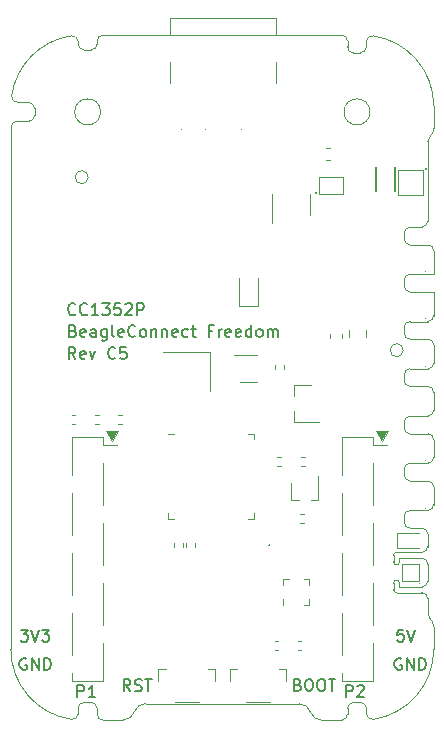
<source format=gto>
G04 #@! TF.GenerationSoftware,KiCad,Pcbnew,(5.1.10)-1*
G04 #@! TF.CreationDate,2021-09-23T13:54:31+08:00*
G04 #@! TF.ProjectId,BeagleConnect Freedom,42656167-6c65-4436-9f6e-6e6563742046,B*
G04 #@! TF.SameCoordinates,Original*
G04 #@! TF.FileFunction,Legend,Top*
G04 #@! TF.FilePolarity,Positive*
%FSLAX46Y46*%
G04 Gerber Fmt 4.6, Leading zero omitted, Abs format (unit mm)*
G04 Created by KiCad (PCBNEW (5.1.10)-1) date 2021-09-23 13:54:31*
%MOMM*%
%LPD*%
G01*
G04 APERTURE LIST*
%ADD10C,0.150000*%
%ADD11C,0.100000*%
G04 #@! TA.AperFunction,Profile*
%ADD12C,0.050000*%
G04 #@! TD*
%ADD13C,0.120000*%
%ADD14C,0.080000*%
G04 APERTURE END LIST*
D10*
X289110095Y-77216000D02*
X289014857Y-77168380D01*
X288872000Y-77168380D01*
X288729142Y-77216000D01*
X288633904Y-77311238D01*
X288586285Y-77406476D01*
X288538666Y-77596952D01*
X288538666Y-77739809D01*
X288586285Y-77930285D01*
X288633904Y-78025523D01*
X288729142Y-78120761D01*
X288872000Y-78168380D01*
X288967238Y-78168380D01*
X289110095Y-78120761D01*
X289157714Y-78073142D01*
X289157714Y-77739809D01*
X288967238Y-77739809D01*
X289586285Y-78168380D02*
X289586285Y-77168380D01*
X290157714Y-78168380D01*
X290157714Y-77168380D01*
X290633904Y-78168380D02*
X290633904Y-77168380D01*
X290872000Y-77168380D01*
X291014857Y-77216000D01*
X291110095Y-77311238D01*
X291157714Y-77406476D01*
X291205333Y-77596952D01*
X291205333Y-77739809D01*
X291157714Y-77930285D01*
X291110095Y-78025523D01*
X291014857Y-78120761D01*
X290872000Y-78168380D01*
X290633904Y-78168380D01*
X289300523Y-74755380D02*
X288824333Y-74755380D01*
X288776714Y-75231571D01*
X288824333Y-75183952D01*
X288919571Y-75136333D01*
X289157666Y-75136333D01*
X289252904Y-75183952D01*
X289300523Y-75231571D01*
X289348142Y-75326809D01*
X289348142Y-75564904D01*
X289300523Y-75660142D01*
X289252904Y-75707761D01*
X289157666Y-75755380D01*
X288919571Y-75755380D01*
X288824333Y-75707761D01*
X288776714Y-75660142D01*
X289633857Y-74755380D02*
X289967190Y-75755380D01*
X290300523Y-74755380D01*
X256883904Y-74755380D02*
X257502952Y-74755380D01*
X257169619Y-75136333D01*
X257312476Y-75136333D01*
X257407714Y-75183952D01*
X257455333Y-75231571D01*
X257502952Y-75326809D01*
X257502952Y-75564904D01*
X257455333Y-75660142D01*
X257407714Y-75707761D01*
X257312476Y-75755380D01*
X257026761Y-75755380D01*
X256931523Y-75707761D01*
X256883904Y-75660142D01*
X257788666Y-74755380D02*
X258122000Y-75755380D01*
X258455333Y-74755380D01*
X258693428Y-74755380D02*
X259312476Y-74755380D01*
X258979142Y-75136333D01*
X259122000Y-75136333D01*
X259217238Y-75183952D01*
X259264857Y-75231571D01*
X259312476Y-75326809D01*
X259312476Y-75564904D01*
X259264857Y-75660142D01*
X259217238Y-75707761D01*
X259122000Y-75755380D01*
X258836285Y-75755380D01*
X258741047Y-75707761D01*
X258693428Y-75660142D01*
X257360095Y-77216000D02*
X257264857Y-77168380D01*
X257122000Y-77168380D01*
X256979142Y-77216000D01*
X256883904Y-77311238D01*
X256836285Y-77406476D01*
X256788666Y-77596952D01*
X256788666Y-77739809D01*
X256836285Y-77930285D01*
X256883904Y-78025523D01*
X256979142Y-78120761D01*
X257122000Y-78168380D01*
X257217238Y-78168380D01*
X257360095Y-78120761D01*
X257407714Y-78073142D01*
X257407714Y-77739809D01*
X257217238Y-77739809D01*
X257836285Y-78168380D02*
X257836285Y-77168380D01*
X258407714Y-78168380D01*
X258407714Y-77168380D01*
X258883904Y-78168380D02*
X258883904Y-77168380D01*
X259122000Y-77168380D01*
X259264857Y-77216000D01*
X259360095Y-77311238D01*
X259407714Y-77406476D01*
X259455333Y-77596952D01*
X259455333Y-77739809D01*
X259407714Y-77930285D01*
X259360095Y-78025523D01*
X259264857Y-78120761D01*
X259122000Y-78168380D01*
X258883904Y-78168380D01*
X261701904Y-80454380D02*
X261701904Y-79454380D01*
X262082857Y-79454380D01*
X262178095Y-79502000D01*
X262225714Y-79549619D01*
X262273333Y-79644857D01*
X262273333Y-79787714D01*
X262225714Y-79882952D01*
X262178095Y-79930571D01*
X262082857Y-79978190D01*
X261701904Y-79978190D01*
X263225714Y-80454380D02*
X262654285Y-80454380D01*
X262940000Y-80454380D02*
X262940000Y-79454380D01*
X262844761Y-79597238D01*
X262749523Y-79692476D01*
X262654285Y-79740095D01*
X284434904Y-80454380D02*
X284434904Y-79454380D01*
X284815857Y-79454380D01*
X284911095Y-79502000D01*
X284958714Y-79549619D01*
X285006333Y-79644857D01*
X285006333Y-79787714D01*
X284958714Y-79882952D01*
X284911095Y-79930571D01*
X284815857Y-79978190D01*
X284434904Y-79978190D01*
X285387285Y-79549619D02*
X285434904Y-79502000D01*
X285530142Y-79454380D01*
X285768238Y-79454380D01*
X285863476Y-79502000D01*
X285911095Y-79549619D01*
X285958714Y-79644857D01*
X285958714Y-79740095D01*
X285911095Y-79882952D01*
X285339666Y-80454380D01*
X285958714Y-80454380D01*
D11*
G36*
X264599000Y-58793000D02*
G01*
X264091000Y-57904000D01*
X265107000Y-57904000D01*
X264599000Y-58793000D01*
G37*
X264599000Y-58793000D02*
X264091000Y-57904000D01*
X265107000Y-57904000D01*
X264599000Y-58793000D01*
G36*
X287459000Y-58793000D02*
G01*
X286951000Y-57904000D01*
X287967000Y-57904000D01*
X287459000Y-58793000D01*
G37*
X287459000Y-58793000D02*
X286951000Y-57904000D01*
X287967000Y-57904000D01*
X287459000Y-58793000D01*
D12*
X289279000Y-51088000D02*
G75*
G03*
X289279000Y-51088000I-550000J0D01*
G01*
X262609000Y-36441000D02*
G75*
G03*
X262609000Y-36441000I-550000J0D01*
G01*
D10*
X280352857Y-79418571D02*
X280495714Y-79466190D01*
X280543333Y-79513809D01*
X280590952Y-79609047D01*
X280590952Y-79751904D01*
X280543333Y-79847142D01*
X280495714Y-79894761D01*
X280400476Y-79942380D01*
X280019523Y-79942380D01*
X280019523Y-78942380D01*
X280352857Y-78942380D01*
X280448095Y-78990000D01*
X280495714Y-79037619D01*
X280543333Y-79132857D01*
X280543333Y-79228095D01*
X280495714Y-79323333D01*
X280448095Y-79370952D01*
X280352857Y-79418571D01*
X280019523Y-79418571D01*
X281210000Y-78942380D02*
X281400476Y-78942380D01*
X281495714Y-78990000D01*
X281590952Y-79085238D01*
X281638571Y-79275714D01*
X281638571Y-79609047D01*
X281590952Y-79799523D01*
X281495714Y-79894761D01*
X281400476Y-79942380D01*
X281210000Y-79942380D01*
X281114761Y-79894761D01*
X281019523Y-79799523D01*
X280971904Y-79609047D01*
X280971904Y-79275714D01*
X281019523Y-79085238D01*
X281114761Y-78990000D01*
X281210000Y-78942380D01*
X282257619Y-78942380D02*
X282448095Y-78942380D01*
X282543333Y-78990000D01*
X282638571Y-79085238D01*
X282686190Y-79275714D01*
X282686190Y-79609047D01*
X282638571Y-79799523D01*
X282543333Y-79894761D01*
X282448095Y-79942380D01*
X282257619Y-79942380D01*
X282162380Y-79894761D01*
X282067142Y-79799523D01*
X282019523Y-79609047D01*
X282019523Y-79275714D01*
X282067142Y-79085238D01*
X282162380Y-78990000D01*
X282257619Y-78942380D01*
X282971904Y-78942380D02*
X283543333Y-78942380D01*
X283257619Y-79942380D02*
X283257619Y-78942380D01*
X266182380Y-79952380D02*
X265849047Y-79476190D01*
X265610952Y-79952380D02*
X265610952Y-78952380D01*
X265991904Y-78952380D01*
X266087142Y-79000000D01*
X266134761Y-79047619D01*
X266182380Y-79142857D01*
X266182380Y-79285714D01*
X266134761Y-79380952D01*
X266087142Y-79428571D01*
X265991904Y-79476190D01*
X265610952Y-79476190D01*
X266563333Y-79904761D02*
X266706190Y-79952380D01*
X266944285Y-79952380D01*
X267039523Y-79904761D01*
X267087142Y-79857142D01*
X267134761Y-79761904D01*
X267134761Y-79666666D01*
X267087142Y-79571428D01*
X267039523Y-79523809D01*
X266944285Y-79476190D01*
X266753809Y-79428571D01*
X266658571Y-79380952D01*
X266610952Y-79333333D01*
X266563333Y-79238095D01*
X266563333Y-79142857D01*
X266610952Y-79047619D01*
X266658571Y-79000000D01*
X266753809Y-78952380D01*
X266991904Y-78952380D01*
X267134761Y-79000000D01*
X267420476Y-78952380D02*
X267991904Y-78952380D01*
X267706190Y-79952380D02*
X267706190Y-78952380D01*
X261532857Y-51822380D02*
X261199523Y-51346190D01*
X260961428Y-51822380D02*
X260961428Y-50822380D01*
X261342380Y-50822380D01*
X261437619Y-50870000D01*
X261485238Y-50917619D01*
X261532857Y-51012857D01*
X261532857Y-51155714D01*
X261485238Y-51250952D01*
X261437619Y-51298571D01*
X261342380Y-51346190D01*
X260961428Y-51346190D01*
X262342380Y-51774761D02*
X262247142Y-51822380D01*
X262056666Y-51822380D01*
X261961428Y-51774761D01*
X261913809Y-51679523D01*
X261913809Y-51298571D01*
X261961428Y-51203333D01*
X262056666Y-51155714D01*
X262247142Y-51155714D01*
X262342380Y-51203333D01*
X262390000Y-51298571D01*
X262390000Y-51393809D01*
X261913809Y-51489047D01*
X262723333Y-51155714D02*
X262961428Y-51822380D01*
X263199523Y-51155714D01*
X264913809Y-51727142D02*
X264866190Y-51774761D01*
X264723333Y-51822380D01*
X264628095Y-51822380D01*
X264485238Y-51774761D01*
X264390000Y-51679523D01*
X264342380Y-51584285D01*
X264294761Y-51393809D01*
X264294761Y-51250952D01*
X264342380Y-51060476D01*
X264390000Y-50965238D01*
X264485238Y-50870000D01*
X264628095Y-50822380D01*
X264723333Y-50822380D01*
X264866190Y-50870000D01*
X264913809Y-50917619D01*
X265818571Y-50822380D02*
X265342380Y-50822380D01*
X265294761Y-51298571D01*
X265342380Y-51250952D01*
X265437619Y-51203333D01*
X265675714Y-51203333D01*
X265770952Y-51250952D01*
X265818571Y-51298571D01*
X265866190Y-51393809D01*
X265866190Y-51631904D01*
X265818571Y-51727142D01*
X265770952Y-51774761D01*
X265675714Y-51822380D01*
X265437619Y-51822380D01*
X265342380Y-51774761D01*
X265294761Y-51727142D01*
X261320000Y-49448571D02*
X261462857Y-49496190D01*
X261510476Y-49543809D01*
X261558095Y-49639047D01*
X261558095Y-49781904D01*
X261510476Y-49877142D01*
X261462857Y-49924761D01*
X261367619Y-49972380D01*
X260986666Y-49972380D01*
X260986666Y-48972380D01*
X261320000Y-48972380D01*
X261415238Y-49020000D01*
X261462857Y-49067619D01*
X261510476Y-49162857D01*
X261510476Y-49258095D01*
X261462857Y-49353333D01*
X261415238Y-49400952D01*
X261320000Y-49448571D01*
X260986666Y-49448571D01*
X262367619Y-49924761D02*
X262272380Y-49972380D01*
X262081904Y-49972380D01*
X261986666Y-49924761D01*
X261939047Y-49829523D01*
X261939047Y-49448571D01*
X261986666Y-49353333D01*
X262081904Y-49305714D01*
X262272380Y-49305714D01*
X262367619Y-49353333D01*
X262415238Y-49448571D01*
X262415238Y-49543809D01*
X261939047Y-49639047D01*
X263272380Y-49972380D02*
X263272380Y-49448571D01*
X263224761Y-49353333D01*
X263129523Y-49305714D01*
X262939047Y-49305714D01*
X262843809Y-49353333D01*
X263272380Y-49924761D02*
X263177142Y-49972380D01*
X262939047Y-49972380D01*
X262843809Y-49924761D01*
X262796190Y-49829523D01*
X262796190Y-49734285D01*
X262843809Y-49639047D01*
X262939047Y-49591428D01*
X263177142Y-49591428D01*
X263272380Y-49543809D01*
X264177142Y-49305714D02*
X264177142Y-50115238D01*
X264129523Y-50210476D01*
X264081904Y-50258095D01*
X263986666Y-50305714D01*
X263843809Y-50305714D01*
X263748571Y-50258095D01*
X264177142Y-49924761D02*
X264081904Y-49972380D01*
X263891428Y-49972380D01*
X263796190Y-49924761D01*
X263748571Y-49877142D01*
X263700952Y-49781904D01*
X263700952Y-49496190D01*
X263748571Y-49400952D01*
X263796190Y-49353333D01*
X263891428Y-49305714D01*
X264081904Y-49305714D01*
X264177142Y-49353333D01*
X264796190Y-49972380D02*
X264700952Y-49924761D01*
X264653333Y-49829523D01*
X264653333Y-48972380D01*
X265558095Y-49924761D02*
X265462857Y-49972380D01*
X265272380Y-49972380D01*
X265177142Y-49924761D01*
X265129523Y-49829523D01*
X265129523Y-49448571D01*
X265177142Y-49353333D01*
X265272380Y-49305714D01*
X265462857Y-49305714D01*
X265558095Y-49353333D01*
X265605714Y-49448571D01*
X265605714Y-49543809D01*
X265129523Y-49639047D01*
X266605714Y-49877142D02*
X266558095Y-49924761D01*
X266415238Y-49972380D01*
X266320000Y-49972380D01*
X266177142Y-49924761D01*
X266081904Y-49829523D01*
X266034285Y-49734285D01*
X265986666Y-49543809D01*
X265986666Y-49400952D01*
X266034285Y-49210476D01*
X266081904Y-49115238D01*
X266177142Y-49020000D01*
X266320000Y-48972380D01*
X266415238Y-48972380D01*
X266558095Y-49020000D01*
X266605714Y-49067619D01*
X267177142Y-49972380D02*
X267081904Y-49924761D01*
X267034285Y-49877142D01*
X266986666Y-49781904D01*
X266986666Y-49496190D01*
X267034285Y-49400952D01*
X267081904Y-49353333D01*
X267177142Y-49305714D01*
X267320000Y-49305714D01*
X267415238Y-49353333D01*
X267462857Y-49400952D01*
X267510476Y-49496190D01*
X267510476Y-49781904D01*
X267462857Y-49877142D01*
X267415238Y-49924761D01*
X267320000Y-49972380D01*
X267177142Y-49972380D01*
X267939047Y-49305714D02*
X267939047Y-49972380D01*
X267939047Y-49400952D02*
X267986666Y-49353333D01*
X268081904Y-49305714D01*
X268224761Y-49305714D01*
X268320000Y-49353333D01*
X268367619Y-49448571D01*
X268367619Y-49972380D01*
X268843809Y-49305714D02*
X268843809Y-49972380D01*
X268843809Y-49400952D02*
X268891428Y-49353333D01*
X268986666Y-49305714D01*
X269129523Y-49305714D01*
X269224761Y-49353333D01*
X269272380Y-49448571D01*
X269272380Y-49972380D01*
X270129523Y-49924761D02*
X270034285Y-49972380D01*
X269843809Y-49972380D01*
X269748571Y-49924761D01*
X269700952Y-49829523D01*
X269700952Y-49448571D01*
X269748571Y-49353333D01*
X269843809Y-49305714D01*
X270034285Y-49305714D01*
X270129523Y-49353333D01*
X270177142Y-49448571D01*
X270177142Y-49543809D01*
X269700952Y-49639047D01*
X271034285Y-49924761D02*
X270939047Y-49972380D01*
X270748571Y-49972380D01*
X270653333Y-49924761D01*
X270605714Y-49877142D01*
X270558095Y-49781904D01*
X270558095Y-49496190D01*
X270605714Y-49400952D01*
X270653333Y-49353333D01*
X270748571Y-49305714D01*
X270939047Y-49305714D01*
X271034285Y-49353333D01*
X271320000Y-49305714D02*
X271700952Y-49305714D01*
X271462857Y-48972380D02*
X271462857Y-49829523D01*
X271510476Y-49924761D01*
X271605714Y-49972380D01*
X271700952Y-49972380D01*
X273129523Y-49448571D02*
X272796190Y-49448571D01*
X272796190Y-49972380D02*
X272796190Y-48972380D01*
X273272380Y-48972380D01*
X273653333Y-49972380D02*
X273653333Y-49305714D01*
X273653333Y-49496190D02*
X273700952Y-49400952D01*
X273748571Y-49353333D01*
X273843809Y-49305714D01*
X273939047Y-49305714D01*
X274653333Y-49924761D02*
X274558095Y-49972380D01*
X274367619Y-49972380D01*
X274272380Y-49924761D01*
X274224761Y-49829523D01*
X274224761Y-49448571D01*
X274272380Y-49353333D01*
X274367619Y-49305714D01*
X274558095Y-49305714D01*
X274653333Y-49353333D01*
X274700952Y-49448571D01*
X274700952Y-49543809D01*
X274224761Y-49639047D01*
X275510476Y-49924761D02*
X275415238Y-49972380D01*
X275224761Y-49972380D01*
X275129523Y-49924761D01*
X275081904Y-49829523D01*
X275081904Y-49448571D01*
X275129523Y-49353333D01*
X275224761Y-49305714D01*
X275415238Y-49305714D01*
X275510476Y-49353333D01*
X275558095Y-49448571D01*
X275558095Y-49543809D01*
X275081904Y-49639047D01*
X276415238Y-49972380D02*
X276415238Y-48972380D01*
X276415238Y-49924761D02*
X276320000Y-49972380D01*
X276129523Y-49972380D01*
X276034285Y-49924761D01*
X275986666Y-49877142D01*
X275939047Y-49781904D01*
X275939047Y-49496190D01*
X275986666Y-49400952D01*
X276034285Y-49353333D01*
X276129523Y-49305714D01*
X276320000Y-49305714D01*
X276415238Y-49353333D01*
X277034285Y-49972380D02*
X276939047Y-49924761D01*
X276891428Y-49877142D01*
X276843809Y-49781904D01*
X276843809Y-49496190D01*
X276891428Y-49400952D01*
X276939047Y-49353333D01*
X277034285Y-49305714D01*
X277177142Y-49305714D01*
X277272380Y-49353333D01*
X277320000Y-49400952D01*
X277367619Y-49496190D01*
X277367619Y-49781904D01*
X277320000Y-49877142D01*
X277272380Y-49924761D01*
X277177142Y-49972380D01*
X277034285Y-49972380D01*
X277796190Y-49972380D02*
X277796190Y-49305714D01*
X277796190Y-49400952D02*
X277843809Y-49353333D01*
X277939047Y-49305714D01*
X278081904Y-49305714D01*
X278177142Y-49353333D01*
X278224761Y-49448571D01*
X278224761Y-49972380D01*
X278224761Y-49448571D02*
X278272380Y-49353333D01*
X278367619Y-49305714D01*
X278510476Y-49305714D01*
X278605714Y-49353333D01*
X278653333Y-49448571D01*
X278653333Y-49972380D01*
X261514761Y-48027142D02*
X261467142Y-48074761D01*
X261324285Y-48122380D01*
X261229047Y-48122380D01*
X261086190Y-48074761D01*
X260990952Y-47979523D01*
X260943333Y-47884285D01*
X260895714Y-47693809D01*
X260895714Y-47550952D01*
X260943333Y-47360476D01*
X260990952Y-47265238D01*
X261086190Y-47170000D01*
X261229047Y-47122380D01*
X261324285Y-47122380D01*
X261467142Y-47170000D01*
X261514761Y-47217619D01*
X262514761Y-48027142D02*
X262467142Y-48074761D01*
X262324285Y-48122380D01*
X262229047Y-48122380D01*
X262086190Y-48074761D01*
X261990952Y-47979523D01*
X261943333Y-47884285D01*
X261895714Y-47693809D01*
X261895714Y-47550952D01*
X261943333Y-47360476D01*
X261990952Y-47265238D01*
X262086190Y-47170000D01*
X262229047Y-47122380D01*
X262324285Y-47122380D01*
X262467142Y-47170000D01*
X262514761Y-47217619D01*
X263467142Y-48122380D02*
X262895714Y-48122380D01*
X263181428Y-48122380D02*
X263181428Y-47122380D01*
X263086190Y-47265238D01*
X262990952Y-47360476D01*
X262895714Y-47408095D01*
X263800476Y-47122380D02*
X264419523Y-47122380D01*
X264086190Y-47503333D01*
X264229047Y-47503333D01*
X264324285Y-47550952D01*
X264371904Y-47598571D01*
X264419523Y-47693809D01*
X264419523Y-47931904D01*
X264371904Y-48027142D01*
X264324285Y-48074761D01*
X264229047Y-48122380D01*
X263943333Y-48122380D01*
X263848095Y-48074761D01*
X263800476Y-48027142D01*
X265324285Y-47122380D02*
X264848095Y-47122380D01*
X264800476Y-47598571D01*
X264848095Y-47550952D01*
X264943333Y-47503333D01*
X265181428Y-47503333D01*
X265276666Y-47550952D01*
X265324285Y-47598571D01*
X265371904Y-47693809D01*
X265371904Y-47931904D01*
X265324285Y-48027142D01*
X265276666Y-48074761D01*
X265181428Y-48122380D01*
X264943333Y-48122380D01*
X264848095Y-48074761D01*
X264800476Y-48027142D01*
X265752857Y-47217619D02*
X265800476Y-47170000D01*
X265895714Y-47122380D01*
X266133809Y-47122380D01*
X266229047Y-47170000D01*
X266276666Y-47217619D01*
X266324285Y-47312857D01*
X266324285Y-47408095D01*
X266276666Y-47550952D01*
X265705238Y-48122380D01*
X266324285Y-48122380D01*
X266752857Y-48122380D02*
X266752857Y-47122380D01*
X267133809Y-47122380D01*
X267229047Y-47170000D01*
X267276666Y-47217619D01*
X267324285Y-47312857D01*
X267324285Y-47455714D01*
X267276666Y-47550952D01*
X267229047Y-47598571D01*
X267133809Y-47646190D01*
X266752857Y-47646190D01*
D13*
X278022111Y-67590000D02*
G75*
G03*
X278022111Y-67590000I-72111J0D01*
G01*
D12*
X291863382Y-48158779D02*
X291863382Y-46158779D01*
X291863382Y-48158779D02*
G75*
G02*
X291363382Y-48658779I-500000J0D01*
G01*
X289863382Y-48658779D02*
X291363382Y-48658779D01*
X289363382Y-49158779D02*
G75*
G02*
X289863382Y-48658779I500000J0D01*
G01*
X289363382Y-49658779D02*
X289363382Y-49158779D01*
X289863382Y-50158779D02*
G75*
G02*
X289363382Y-49658779I0J500000D01*
G01*
X291363382Y-50158779D02*
X289863382Y-50158779D01*
X291363382Y-50158779D02*
G75*
G02*
X291863382Y-50658779I0J-500000D01*
G01*
X291863382Y-52158779D02*
X291863382Y-50658779D01*
X291863382Y-52158779D02*
G75*
G02*
X291363382Y-52658779I-500000J0D01*
G01*
X289863382Y-52658779D02*
X291363382Y-52658779D01*
X289363382Y-53158779D02*
G75*
G02*
X289863382Y-52658779I500000J0D01*
G01*
X289363382Y-53658779D02*
X289363382Y-53158779D01*
X289863382Y-54158779D02*
G75*
G02*
X289363382Y-53658779I0J500000D01*
G01*
X291363382Y-54158779D02*
X289863382Y-54158779D01*
X291363382Y-54158779D02*
G75*
G02*
X291863382Y-54658779I0J-500000D01*
G01*
X291863382Y-56158779D02*
X291863382Y-54658779D01*
X291863382Y-56158779D02*
G75*
G02*
X291363382Y-56658779I-500000J0D01*
G01*
X289863382Y-56658779D02*
X291363382Y-56658779D01*
X289363382Y-57158779D02*
G75*
G02*
X289863382Y-56658779I500000J0D01*
G01*
X289363382Y-57658779D02*
X289363382Y-57158779D01*
X289863382Y-58158779D02*
G75*
G02*
X289363382Y-57658779I0J500000D01*
G01*
X291363382Y-58158779D02*
X289863382Y-58158779D01*
X291363382Y-58158779D02*
G75*
G02*
X291863382Y-58658779I0J-500000D01*
G01*
X291863382Y-60158779D02*
X291863382Y-58658779D01*
X291863382Y-60158779D02*
G75*
G02*
X291363382Y-60658779I-500000J0D01*
G01*
X289863382Y-60658779D02*
X291363382Y-60658779D01*
X289363382Y-61158779D02*
G75*
G02*
X289863382Y-60658779I500000J0D01*
G01*
X289363382Y-61658779D02*
X289363382Y-61158779D01*
X289863382Y-62158779D02*
G75*
G02*
X289363382Y-61658779I0J500000D01*
G01*
X291363382Y-62158779D02*
X289863382Y-62158779D01*
X291363382Y-62158779D02*
G75*
G02*
X291863382Y-62658779I0J-500000D01*
G01*
X291863382Y-64158779D02*
X291863382Y-62658779D01*
X291863382Y-64158779D02*
G75*
G02*
X291363382Y-64658779I-500000J0D01*
G01*
X289863382Y-64658779D02*
X291363382Y-64658779D01*
X289363382Y-65158779D02*
G75*
G02*
X289863382Y-64658779I500000J0D01*
G01*
X289363382Y-65658779D02*
X289363382Y-65158779D01*
X289863382Y-66158779D02*
G75*
G02*
X289363382Y-65658779I0J500000D01*
G01*
X290863382Y-66158779D02*
X289863382Y-66158779D01*
X290863382Y-66158779D02*
G75*
G02*
X291363382Y-66658779I0J-500000D01*
G01*
X291363382Y-67708779D02*
X291363382Y-66658779D01*
X291363382Y-67708779D02*
G75*
G02*
X290863382Y-68208779I-500000J0D01*
G01*
X288713382Y-68208779D02*
X290863382Y-68208779D01*
X288463382Y-68458779D02*
G75*
G02*
X288713382Y-68208779I250000J0D01*
G01*
X288463382Y-69008779D02*
X288463382Y-68458779D01*
X288963382Y-69008779D02*
G75*
G02*
X288463382Y-69008779I-250000J0D01*
G01*
X288963382Y-68708779D02*
X288963382Y-69008779D01*
X290863382Y-68708779D02*
X288963382Y-68708779D01*
X290863382Y-68708779D02*
G75*
G02*
X291363382Y-69208779I0J-500000D01*
G01*
X291363382Y-70608779D02*
X291363382Y-69208779D01*
X291363382Y-70608779D02*
G75*
G02*
X290863382Y-71108779I-500000J0D01*
G01*
X288963382Y-71108779D02*
X290863382Y-71108779D01*
X288963382Y-70808779D02*
X288963382Y-71108779D01*
X288463382Y-70808779D02*
G75*
G02*
X288963382Y-70808779I250000J0D01*
G01*
X288463382Y-71358779D02*
X288463382Y-70808779D01*
X288713382Y-71608779D02*
G75*
G02*
X288463382Y-71358779I0J250000D01*
G01*
X290863382Y-71608779D02*
X288713382Y-71608779D01*
X290863382Y-71608779D02*
G75*
G02*
X291363382Y-72108779I0J-500000D01*
G01*
X291363382Y-73408779D02*
X291363382Y-72108779D01*
X291530049Y-73781457D02*
G75*
G02*
X291363382Y-73408779I333333J372678D01*
G01*
X291530049Y-73781457D02*
G75*
G02*
X291863382Y-74526813I-666667J-745356D01*
G01*
X291863382Y-76408779D02*
X291863382Y-74526813D01*
X291863381Y-76408779D02*
G75*
G02*
X286736109Y-82344968I-5999999J0D01*
G01*
X286736109Y-82344968D02*
G75*
G02*
X286163382Y-81850286I-72727J494682D01*
G01*
X286163382Y-81408779D02*
X286163382Y-81850286D01*
X285663382Y-80908779D02*
G75*
G02*
X286163382Y-81408779I0J-500000D01*
G01*
X285063382Y-80908779D02*
X285663382Y-80908779D01*
X284563382Y-81408779D02*
G75*
G02*
X285063382Y-80908779I500000J0D01*
G01*
X284563382Y-81908779D02*
X284563382Y-81408779D01*
X284563382Y-81908779D02*
G75*
G02*
X284063382Y-82408779I-500000J0D01*
G01*
X282371260Y-82408779D02*
X284063382Y-82408779D01*
X282371260Y-82408779D02*
G75*
G02*
X281417321Y-81708779I0J1000000D01*
G01*
X280463382Y-81008779D02*
G75*
G02*
X281417321Y-81708779I0J-1000000D01*
G01*
X267463382Y-81008779D02*
X280463382Y-81008779D01*
X266509443Y-81708779D02*
G75*
G02*
X267463382Y-81008779I953939J-300000D01*
G01*
X266509442Y-81708779D02*
G75*
G02*
X265555503Y-82408779I-953939J300000D01*
G01*
X263863382Y-82408779D02*
X265555503Y-82408779D01*
X263863382Y-82408779D02*
G75*
G02*
X263363382Y-81908779I0J500000D01*
G01*
X263363382Y-81408779D02*
X263363382Y-81908779D01*
X262863382Y-80908779D02*
G75*
G02*
X263363382Y-81408779I0J-500000D01*
G01*
X262263382Y-80908779D02*
X262863382Y-80908779D01*
X261763382Y-81408779D02*
G75*
G02*
X262263382Y-80908779I500000J0D01*
G01*
X261763382Y-81850286D02*
X261763382Y-81408779D01*
X261763382Y-81850287D02*
G75*
G02*
X261190654Y-82344968I-500000J1D01*
G01*
X261190655Y-82344969D02*
G75*
G02*
X256063382Y-76408779I872727J5936190D01*
G01*
X256063382Y-32208779D02*
X256063382Y-76408779D01*
X256063382Y-32208779D02*
G75*
G02*
X256563382Y-31708779I500000J0D01*
G01*
X257563382Y-31708779D02*
X256563382Y-31708779D01*
X258063382Y-31208779D02*
G75*
G02*
X257563382Y-31708779I-500000J0D01*
G01*
X258063382Y-30608779D02*
X258063382Y-31208779D01*
X257563382Y-30108779D02*
G75*
G02*
X258063382Y-30608779I0J-500000D01*
G01*
X256621874Y-30108779D02*
X257563382Y-30108779D01*
X256621874Y-30108778D02*
G75*
G02*
X256127192Y-29536052I0J499999D01*
G01*
X256127192Y-29536052D02*
G75*
G02*
X261190654Y-24472589I5936190J-872727D01*
G01*
X261190655Y-24472590D02*
G75*
G02*
X261763382Y-24967272I72727J-494682D01*
G01*
X261763382Y-25158779D02*
X261763382Y-24967272D01*
X262263382Y-25658779D02*
G75*
G02*
X261763382Y-25158779I0J500000D01*
G01*
X262863382Y-25658779D02*
X262263382Y-25658779D01*
X263363382Y-25158779D02*
G75*
G02*
X262863382Y-25658779I-500000J0D01*
G01*
X263363382Y-24908779D02*
X263363382Y-25158779D01*
X263363382Y-24908779D02*
G75*
G02*
X263863382Y-24408779I500000J0D01*
G01*
X284063382Y-24408779D02*
X263863382Y-24408779D01*
X284063382Y-24408779D02*
G75*
G02*
X284563382Y-24908779I0J-500000D01*
G01*
X284563382Y-25408779D02*
X284563382Y-24908779D01*
X285063382Y-25908779D02*
G75*
G02*
X284563382Y-25408779I0J500000D01*
G01*
X285663382Y-25908779D02*
X285063382Y-25908779D01*
X286163382Y-25408779D02*
G75*
G02*
X285663382Y-25908779I-500000J0D01*
G01*
X286163382Y-24967272D02*
X286163382Y-25408779D01*
X286163382Y-24967272D02*
G75*
G02*
X286736109Y-24472589I500000J0D01*
G01*
X286736109Y-24472589D02*
G75*
G02*
X291863382Y-30408779I-872727J-5936190D01*
G01*
X291863382Y-32290745D02*
X291863382Y-30408779D01*
X291863382Y-32290746D02*
G75*
G02*
X291530048Y-33036101I-1000000J1D01*
G01*
X291363382Y-33408779D02*
G75*
G02*
X291530048Y-33036101I500000J0D01*
G01*
X291363382Y-40158779D02*
X291363382Y-33408779D01*
X291363382Y-40158779D02*
G75*
G02*
X290863382Y-40658779I-500000J0D01*
G01*
X289863382Y-40658779D02*
X290863382Y-40658779D01*
X289363382Y-41158779D02*
G75*
G02*
X289863382Y-40658779I500000J0D01*
G01*
X289363382Y-41658779D02*
X289363382Y-41158779D01*
X289863382Y-42158779D02*
G75*
G02*
X289363382Y-41658779I0J500000D01*
G01*
X291363382Y-42158779D02*
X289863382Y-42158779D01*
X291363382Y-42158779D02*
G75*
G02*
X291863382Y-42658779I0J-500000D01*
G01*
X291863382Y-44658779D02*
X291863382Y-42658779D01*
X289863382Y-44658779D02*
X291863382Y-44658779D01*
X289363382Y-45158779D02*
G75*
G02*
X289863382Y-44658779I500000J0D01*
G01*
X289363382Y-45658779D02*
X289363382Y-45158779D01*
X289863382Y-46158779D02*
G75*
G02*
X289363382Y-45658779I0J500000D01*
G01*
X291863382Y-46158779D02*
X289863382Y-46158779D01*
X289363382Y-57658779D02*
X289363382Y-57158779D01*
X289863382Y-58158779D02*
G75*
G02*
X289363382Y-57658779I0J500000D01*
G01*
X291363382Y-58158779D02*
X289863382Y-58158779D01*
X291363382Y-58158779D02*
G75*
G02*
X291863382Y-58658779I0J-500000D01*
G01*
X291863382Y-60158779D02*
X291863382Y-58658779D01*
X291863382Y-60158779D02*
G75*
G02*
X291363382Y-60658779I-500000J0D01*
G01*
X289863382Y-60658779D02*
X291363382Y-60658779D01*
X289363382Y-61158779D02*
G75*
G02*
X289863382Y-60658779I500000J0D01*
G01*
X289363382Y-61658779D02*
X289363382Y-61158779D01*
X289863382Y-62158779D02*
G75*
G02*
X289363382Y-61658779I0J500000D01*
G01*
X291363382Y-62158779D02*
X289863382Y-62158779D01*
X291363382Y-62158779D02*
G75*
G02*
X291863382Y-62658779I0J-500000D01*
G01*
X291863382Y-64158779D02*
X291863382Y-62658779D01*
X291863382Y-64158779D02*
G75*
G02*
X291363382Y-64658779I-500000J0D01*
G01*
X289863382Y-64658779D02*
X291363382Y-64658779D01*
X289363382Y-65158779D02*
G75*
G02*
X289863382Y-64658779I500000J0D01*
G01*
X289363382Y-65658779D02*
X289363382Y-65158779D01*
X289863382Y-66158779D02*
G75*
G02*
X289363382Y-65658779I0J500000D01*
G01*
X290863382Y-66158779D02*
X289863382Y-66158779D01*
X290863382Y-66158779D02*
G75*
G02*
X291363382Y-66658779I0J-500000D01*
G01*
X291363382Y-67708779D02*
X291363382Y-66658779D01*
X291363382Y-67708779D02*
G75*
G02*
X290863382Y-68208779I-500000J0D01*
G01*
X288713382Y-68208779D02*
X290863382Y-68208779D01*
X288463382Y-68458779D02*
G75*
G02*
X288713382Y-68208779I250000J0D01*
G01*
X288463382Y-69008779D02*
X288463382Y-68458779D01*
X288963382Y-69008779D02*
G75*
G02*
X288463382Y-69008779I-250000J0D01*
G01*
X288963382Y-68708779D02*
X288963382Y-69008779D01*
X290863382Y-68708779D02*
X288963382Y-68708779D01*
X290863382Y-68708779D02*
G75*
G02*
X291363382Y-69208779I0J-500000D01*
G01*
X291363382Y-70608779D02*
X291363382Y-69208779D01*
X291363382Y-70608779D02*
G75*
G02*
X290863382Y-71108779I-500000J0D01*
G01*
X288963382Y-71108779D02*
X290863382Y-71108779D01*
X288963382Y-70808779D02*
X288963382Y-71108779D01*
X288463382Y-70808779D02*
G75*
G02*
X288963382Y-70808779I250000J0D01*
G01*
X288463382Y-71358779D02*
X288463382Y-70808779D01*
X288713382Y-71608779D02*
G75*
G02*
X288463382Y-71358779I0J250000D01*
G01*
X290863382Y-71608779D02*
X288713382Y-71608779D01*
X290863382Y-71608779D02*
G75*
G02*
X291363382Y-72108779I0J-500000D01*
G01*
X291363382Y-73408779D02*
X291363382Y-72108779D01*
X291530049Y-73781457D02*
G75*
G02*
X291363382Y-73408779I333333J372678D01*
G01*
X291530049Y-73781457D02*
G75*
G02*
X291863382Y-74526813I-666667J-745356D01*
G01*
X291863382Y-76408779D02*
X291863382Y-74526813D01*
X291863381Y-76408779D02*
G75*
G02*
X286736109Y-82344968I-5999999J0D01*
G01*
X286736109Y-82344968D02*
G75*
G02*
X286163382Y-81850286I-72727J494682D01*
G01*
X286163382Y-81408779D02*
X286163382Y-81850286D01*
X285663382Y-80908779D02*
G75*
G02*
X286163382Y-81408779I0J-500000D01*
G01*
X285063382Y-80908779D02*
X285663382Y-80908779D01*
X284563382Y-81408779D02*
G75*
G02*
X285063382Y-80908779I500000J0D01*
G01*
X284563382Y-81908779D02*
X284563382Y-81408779D01*
X284563382Y-81908779D02*
G75*
G02*
X284063382Y-82408779I-500000J0D01*
G01*
X282371260Y-82408779D02*
X284063382Y-82408779D01*
X282371260Y-82408779D02*
G75*
G02*
X281417321Y-81708779I0J1000000D01*
G01*
X280463382Y-81008779D02*
G75*
G02*
X281417321Y-81708779I0J-1000000D01*
G01*
X267463382Y-81008779D02*
X280463382Y-81008779D01*
X266509443Y-81708779D02*
G75*
G02*
X267463382Y-81008779I953939J-300000D01*
G01*
X266509442Y-81708779D02*
G75*
G02*
X265555503Y-82408779I-953939J300000D01*
G01*
X263863382Y-82408779D02*
X265555503Y-82408779D01*
X263863382Y-82408779D02*
G75*
G02*
X263363382Y-81908779I0J500000D01*
G01*
X263363382Y-81408779D02*
X263363382Y-81908779D01*
X262863382Y-80908779D02*
G75*
G02*
X263363382Y-81408779I0J-500000D01*
G01*
X262263382Y-80908779D02*
X262863382Y-80908779D01*
X261763382Y-81408779D02*
G75*
G02*
X262263382Y-80908779I500000J0D01*
G01*
X261763382Y-81850286D02*
X261763382Y-81408779D01*
X261763382Y-81850287D02*
G75*
G02*
X261190654Y-82344968I-500000J1D01*
G01*
X261190655Y-82344969D02*
G75*
G02*
X256063382Y-76408779I872727J5936190D01*
G01*
X256063382Y-32208779D02*
X256063382Y-76408779D01*
X256063382Y-32208779D02*
G75*
G02*
X256563382Y-31708779I500000J0D01*
G01*
X257563382Y-31708779D02*
X256563382Y-31708779D01*
X258063382Y-31208779D02*
G75*
G02*
X257563382Y-31708779I-500000J0D01*
G01*
X258063382Y-30608779D02*
X258063382Y-31208779D01*
X257563382Y-30108779D02*
G75*
G02*
X258063382Y-30608779I0J-500000D01*
G01*
X256621874Y-30108779D02*
X257563382Y-30108779D01*
X256621874Y-30108778D02*
G75*
G02*
X256127192Y-29536052I0J499999D01*
G01*
X256127192Y-29536052D02*
G75*
G02*
X261190654Y-24472589I5936190J-872727D01*
G01*
X261190655Y-24472590D02*
G75*
G02*
X261763382Y-24967272I72727J-494682D01*
G01*
X261763382Y-25158779D02*
X261763382Y-24967272D01*
X262263382Y-25658779D02*
G75*
G02*
X261763382Y-25158779I0J500000D01*
G01*
X262863382Y-25658779D02*
X262263382Y-25658779D01*
X263363382Y-25158779D02*
G75*
G02*
X262863382Y-25658779I-500000J0D01*
G01*
X263363382Y-24908779D02*
X263363382Y-25158779D01*
X263363382Y-24908779D02*
G75*
G02*
X263863382Y-24408779I500000J0D01*
G01*
X284063382Y-24408779D02*
X263863382Y-24408779D01*
X284063382Y-24408779D02*
G75*
G02*
X284563382Y-24908779I0J-500000D01*
G01*
X284563382Y-25408779D02*
X284563382Y-24908779D01*
X285063382Y-25908779D02*
G75*
G02*
X284563382Y-25408779I0J500000D01*
G01*
X285663382Y-25908779D02*
X285063382Y-25908779D01*
X286163382Y-25408779D02*
G75*
G02*
X285663382Y-25908779I-500000J0D01*
G01*
X286163382Y-24967272D02*
X286163382Y-25408779D01*
X286163382Y-24967272D02*
G75*
G02*
X286736109Y-24472589I500000J0D01*
G01*
X286736109Y-24472589D02*
G75*
G02*
X291863382Y-30408779I-872727J-5936190D01*
G01*
X291863382Y-32290745D02*
X291863382Y-30408779D01*
X291863382Y-32290746D02*
G75*
G02*
X291530048Y-33036101I-1000000J1D01*
G01*
X291363382Y-33408779D02*
G75*
G02*
X291530048Y-33036101I500000J0D01*
G01*
X291363382Y-40158779D02*
X291363382Y-33408779D01*
X291363382Y-40158779D02*
G75*
G02*
X290863382Y-40658779I-500000J0D01*
G01*
X289863382Y-40658779D02*
X290863382Y-40658779D01*
X289363382Y-41158779D02*
G75*
G02*
X289863382Y-40658779I500000J0D01*
G01*
X289363382Y-41658779D02*
X289363382Y-41158779D01*
X289863382Y-42158779D02*
G75*
G02*
X289363382Y-41658779I0J500000D01*
G01*
X291363382Y-42158779D02*
X289863382Y-42158779D01*
X291363382Y-42158779D02*
G75*
G02*
X291863382Y-42658779I0J-500000D01*
G01*
X291863382Y-44658779D02*
X291863382Y-42658779D01*
X289863382Y-44658779D02*
X291863382Y-44658779D01*
X289363382Y-45158779D02*
G75*
G02*
X289863382Y-44658779I500000J0D01*
G01*
X289363382Y-45658779D02*
X289363382Y-45158779D01*
X289863382Y-46158779D02*
G75*
G02*
X289363382Y-45658779I0J500000D01*
G01*
X291863382Y-46158779D02*
X289863382Y-46158779D01*
X291863382Y-48158779D02*
X291863382Y-46158779D01*
X291863382Y-48158779D02*
G75*
G02*
X291363382Y-48658779I-500000J0D01*
G01*
X289863382Y-48658779D02*
X291363382Y-48658779D01*
X289363382Y-49158779D02*
G75*
G02*
X289863382Y-48658779I500000J0D01*
G01*
X289363382Y-49658779D02*
X289363382Y-49158779D01*
X289863382Y-50158779D02*
G75*
G02*
X289363382Y-49658779I0J500000D01*
G01*
X291363382Y-50158779D02*
X289863382Y-50158779D01*
X291363382Y-50158779D02*
G75*
G02*
X291863382Y-50658779I0J-500000D01*
G01*
X291863382Y-52158779D02*
X291863382Y-50658779D01*
X291863382Y-52158779D02*
G75*
G02*
X291363382Y-52658779I-500000J0D01*
G01*
X289863382Y-52658779D02*
X291363382Y-52658779D01*
X289363382Y-53158779D02*
G75*
G02*
X289863382Y-52658779I500000J0D01*
G01*
X289363382Y-53658779D02*
X289363382Y-53158779D01*
X289863382Y-54158779D02*
G75*
G02*
X289363382Y-53658779I0J500000D01*
G01*
X291363382Y-54158779D02*
X289863382Y-54158779D01*
X291363382Y-54158779D02*
G75*
G02*
X291863382Y-54658779I0J-500000D01*
G01*
X291863382Y-56158779D02*
X291863382Y-54658779D01*
X291863382Y-56158779D02*
G75*
G02*
X291363382Y-56658779I-500000J0D01*
G01*
X289863382Y-56658779D02*
X291363382Y-56658779D01*
X289363382Y-57158779D02*
G75*
G02*
X289863382Y-56658779I500000J0D01*
G01*
X286463382Y-30908779D02*
G75*
G03*
X286463382Y-30908779I-1100000J0D01*
G01*
X263663382Y-30908779D02*
G75*
G03*
X263663382Y-30908779I-1100000J0D01*
G01*
X286463382Y-30908779D02*
G75*
G03*
X286463382Y-30908779I-1100000J0D01*
G01*
X263663382Y-30908779D02*
G75*
G03*
X263663382Y-30908779I-1100000J0D01*
G01*
D13*
X276145000Y-58150000D02*
X276620000Y-58150000D01*
X276620000Y-58150000D02*
X276620000Y-58625000D01*
X269875000Y-65370000D02*
X269400000Y-65370000D01*
X269400000Y-65370000D02*
X269400000Y-64895000D01*
X276145000Y-65370000D02*
X276620000Y-65370000D01*
X276620000Y-65370000D02*
X276620000Y-64895000D01*
X269875000Y-58150000D02*
X269400000Y-58150000D01*
X286720000Y-59130000D02*
X287930000Y-59130000D01*
X284060000Y-78430000D02*
X284060000Y-79100000D01*
X284060000Y-73350000D02*
X284060000Y-76910000D01*
X284060000Y-68270000D02*
X284060000Y-71830000D01*
X284060000Y-63190000D02*
X284060000Y-66750000D01*
X284060000Y-58460000D02*
X284060000Y-61670000D01*
X284060000Y-79100000D02*
X286720000Y-79100000D01*
X286720000Y-75890000D02*
X286720000Y-79100000D01*
X286720000Y-70810000D02*
X286720000Y-74370000D01*
X286720000Y-65730000D02*
X286720000Y-69290000D01*
X286720000Y-60650000D02*
X286720000Y-64210000D01*
X286720000Y-58460000D02*
X286720000Y-59130000D01*
X284060000Y-58460000D02*
X286720000Y-58460000D01*
X263860000Y-65730000D02*
X263860000Y-69290000D01*
X261200000Y-79100000D02*
X263860000Y-79100000D01*
X261200000Y-68270000D02*
X261200000Y-71830000D01*
X261200000Y-58460000D02*
X261200000Y-61670000D01*
X263860000Y-70810000D02*
X263860000Y-74370000D01*
X263860000Y-75890000D02*
X263860000Y-79100000D01*
X261200000Y-58460000D02*
X263860000Y-58460000D01*
X261200000Y-63190000D02*
X261200000Y-66750000D01*
X261200000Y-73350000D02*
X261200000Y-76910000D01*
X263860000Y-59130000D02*
X265070000Y-59130000D01*
X261200000Y-78430000D02*
X261200000Y-79100000D01*
X263860000Y-58460000D02*
X263860000Y-59130000D01*
X263860000Y-60650000D02*
X263860000Y-64210000D01*
X288750000Y-66600000D02*
X288750000Y-67800000D01*
X290600000Y-66600000D02*
X288750000Y-66600000D01*
X290600000Y-67800000D02*
X288750000Y-67800000D01*
X282020000Y-37780000D02*
G75*
G03*
X282020000Y-37780000I-100000J0D01*
G01*
D14*
X282190000Y-37895000D02*
X284190000Y-37895000D01*
X284190000Y-37895000D02*
X284190000Y-36395000D01*
X284190000Y-36395000D02*
X282190000Y-36395000D01*
X282190000Y-36395000D02*
X282190000Y-37895000D01*
D13*
X290718310Y-70820000D02*
G75*
G03*
X290718310Y-70820000I-58310J0D01*
G01*
X290650000Y-69170000D02*
X290650000Y-70630000D01*
X289190000Y-69170000D02*
X290650000Y-69170000D01*
X289190000Y-70630000D02*
X289190000Y-69170000D01*
X290650000Y-70630000D02*
X289190000Y-70630000D01*
X278470000Y-28490000D02*
X278470000Y-26690000D01*
X278470000Y-22980000D02*
X278470000Y-24440000D01*
X269530000Y-22980000D02*
X269530000Y-24440000D01*
X269530000Y-28490000D02*
X269530000Y-26690000D01*
X269530000Y-22980000D02*
X278470000Y-22980000D01*
X290930000Y-35830000D02*
X288830000Y-35830000D01*
X288830000Y-35830000D02*
X288830000Y-37930000D01*
X288830000Y-37930000D02*
X290930000Y-37930000D01*
X290930000Y-37930000D02*
X290930000Y-35830000D01*
X290930000Y-35830000D02*
X290920000Y-35830000D01*
X291320000Y-35740000D02*
G75*
G03*
X291320000Y-35740000I-100000J0D01*
G01*
D10*
X288550000Y-35580000D02*
X288550000Y-37580000D01*
X286950000Y-37580000D02*
X286950000Y-35580000D01*
D13*
X279142500Y-70940000D02*
X279142500Y-70440000D01*
X279142500Y-70440000D02*
X279642500Y-70440000D01*
X279642500Y-70440000D02*
X279642500Y-70440000D01*
X280842500Y-70440000D02*
X281342500Y-70440000D01*
X281342500Y-70440000D02*
X281342500Y-70940000D01*
X281342500Y-70940000D02*
X281342500Y-70940000D01*
X281342500Y-72140000D02*
X281342500Y-72640000D01*
X281342500Y-72640000D02*
X280842500Y-72640000D01*
X280842500Y-72640000D02*
X280842500Y-72640000D01*
X279142500Y-72140000D02*
X279142500Y-72640000D01*
X279142500Y-72640000D02*
X279142500Y-72640000D01*
X282749721Y-33990000D02*
X283075279Y-33990000D01*
X282749721Y-35010000D02*
X283075279Y-35010000D01*
D11*
X272528000Y-32400000D02*
G75*
G03*
X272528000Y-32400000I-50000J0D01*
G01*
X270488000Y-32405000D02*
G75*
G03*
X270488000Y-32405000I-50000J0D01*
G01*
X275568000Y-32405000D02*
G75*
G03*
X275568000Y-32405000I-50000J0D01*
G01*
D13*
X280020000Y-54030000D02*
X280020000Y-54960000D01*
X280020000Y-57190000D02*
X280020000Y-56260000D01*
X280020000Y-57190000D02*
X282180000Y-57190000D01*
X280020000Y-54030000D02*
X281480000Y-54030000D01*
X276958500Y-47334000D02*
X276958500Y-44934000D01*
X275358500Y-47334000D02*
X276958500Y-47334000D01*
X275358500Y-44934000D02*
X275358500Y-47334000D01*
X281407000Y-39683000D02*
X281407000Y-37883000D01*
X278187000Y-37883000D02*
X278187000Y-40333000D01*
D11*
X291198895Y-44402495D02*
G75*
G03*
X291198895Y-44402495I-50000J0D01*
G01*
D13*
X272910000Y-54550000D02*
X272910000Y-51250000D01*
X272910000Y-51250000D02*
X268910000Y-51250000D01*
X284720000Y-49931078D02*
X284720000Y-49413922D01*
X286140000Y-49931078D02*
X286140000Y-49413922D01*
D11*
X291198895Y-48402995D02*
G75*
G03*
X291198895Y-48402995I-50000J0D01*
G01*
X291198895Y-52466995D02*
G75*
G03*
X291198895Y-52466995I-50000J0D01*
G01*
X291198895Y-56402000D02*
G75*
G03*
X291198895Y-56402000I-50000J0D01*
G01*
X291198895Y-60404495D02*
G75*
G03*
X291198895Y-60404495I-50000J0D01*
G01*
X291170000Y-64475000D02*
G75*
G03*
X291170000Y-64475000I-50000J0D01*
G01*
D13*
X284100000Y-49724721D02*
X284100000Y-50050279D01*
X283080000Y-49724721D02*
X283080000Y-50050279D01*
X278432164Y-75740000D02*
X278647836Y-75740000D01*
X278432164Y-76460000D02*
X278647836Y-76460000D01*
X280439000Y-63750000D02*
X279779000Y-63750000D01*
X282099000Y-63750000D02*
X281439000Y-63750000D01*
X282099000Y-63750000D02*
X282099000Y-61720000D01*
X279779000Y-62340000D02*
X279779000Y-63750000D01*
X276890000Y-51500000D02*
X274990000Y-51500000D01*
X275490000Y-53820000D02*
X276890000Y-53820000D01*
X278390000Y-52673641D02*
X278390000Y-52366359D01*
X279150000Y-52673641D02*
X279150000Y-52366359D01*
X278943641Y-60100000D02*
X278636359Y-60100000D01*
X278943641Y-60860000D02*
X278636359Y-60860000D01*
X280646359Y-60860000D02*
X280953641Y-60860000D01*
X280646359Y-60100000D02*
X280953641Y-60100000D01*
X280576359Y-64920000D02*
X280883641Y-64920000D01*
X280576359Y-65680000D02*
X280883641Y-65680000D01*
X261226359Y-57360000D02*
X261533641Y-57360000D01*
X261226359Y-56600000D02*
X261533641Y-56600000D01*
X263176359Y-56600000D02*
X263483641Y-56600000D01*
X263176359Y-57360000D02*
X263483641Y-57360000D01*
X270640000Y-67713641D02*
X270640000Y-67406359D01*
X269880000Y-67713641D02*
X269880000Y-67406359D01*
X270890000Y-67713641D02*
X270890000Y-67406359D01*
X271650000Y-67713641D02*
X271650000Y-67406359D01*
X265433641Y-57360000D02*
X265126359Y-57360000D01*
X265433641Y-56600000D02*
X265126359Y-56600000D01*
X280653641Y-76480000D02*
X280346359Y-76480000D01*
X280653641Y-75720000D02*
X280346359Y-75720000D01*
X272754500Y-78068000D02*
X273354500Y-78068000D01*
X273354500Y-78068000D02*
X273354500Y-79068000D01*
X269154500Y-78068000D02*
X268554500Y-78068000D01*
X268554500Y-78068000D02*
X268554500Y-79068000D01*
X269954500Y-80868000D02*
X271954500Y-80868000D01*
X275985000Y-80870000D02*
X277985000Y-80870000D01*
X274585000Y-78070000D02*
X274585000Y-79070000D01*
X275185000Y-78070000D02*
X274585000Y-78070000D01*
X279385000Y-78070000D02*
X279385000Y-79070000D01*
X278785000Y-78070000D02*
X279385000Y-78070000D01*
M02*

</source>
